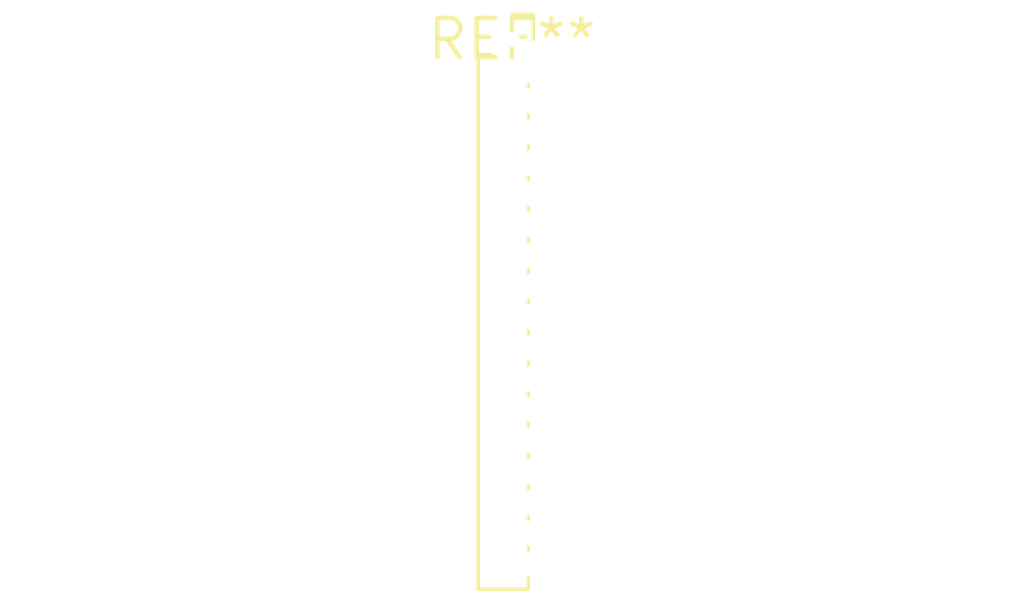
<source format=kicad_pcb>
(kicad_pcb (version 20240108) (generator pcbnew)
  (layers (0 "F.Cu" signal) (31 "B.Cu" signal) (34 "B.Paste" user) (35 "F.Paste" user) (36 "B.SilkS" user "B.Silkscreen") (37 "F.SilkS" user "F.Silkscreen") (38 "B.Mask" user) (39 "F.Mask" user) (44 "Edge.Cuts" user))
  (net 0 "")
  (footprint "PinSocket_1x18_P1.00mm_Vertical" (layer "F.Cu") (at 0 0)
    (property "Reference" "REF**")
    (property "Value" "PinSocket_1x18_P1.00mm_Vertical")
    (fp_line (start -1.1 0.5) (end -1.1 17.81) (layer "F.SilkS") (stroke (width 0.12)))
    (fp_line (start -1.1 0.5) (end -0.685 0.5) (layer "F.SilkS") (stroke (width 0.12)))
    (fp_line (start -1.1 17.81) (end 0.52 17.81) (layer "F.SilkS") (stroke (width 0.12)))
    (fp_line (start 0 -0.81) (end 0.685 -0.81) (layer "F.SilkS") (stroke (width 0.12)))
    (fp_line (start 0.52 1.445898) (end 0.52 1.554102) (layer "F.SilkS") (stroke (width 0.12)))
    (fp_line (start 0.52 2.445898) (end 0.52 2.554102) (layer "F.SilkS") (stroke (width 0.12)))
    (fp_line (start 0.52 3.445898) (end 0.52 3.554102) (layer "F.SilkS") (stroke (width 0.12)))
    (fp_line (start 0.52 4.445898) (end 0.52 4.554102) (layer "F.SilkS") (stroke (width 0.12)))
    (fp_line (start 0.52 5.445898) (end 0.52 5.554102) (layer "F.SilkS") (stroke (width 0.12)))
    (fp_line (start 0.52 6.445898) (end 0.52 6.554102) (layer "F.SilkS") (stroke (width 0.12)))
    (fp_line (start 0.52 7.445898) (end 0.52 7.554102) (layer "F.SilkS") (stroke (width 0.12)))
    (fp_line (start 0.52 8.445898) (end 0.52 8.554102) (layer "F.SilkS") (stroke (width 0.12)))
    (fp_line (start 0.52 9.445898) (end 0.52 9.554102) (layer "F.SilkS") (stroke (width 0.12)))
    (fp_line (start 0.52 10.445898) (end 0.52 10.554102) (layer "F.SilkS") (stroke (width 0.12)))
    (fp_line (start 0.52 11.445898) (end 0.52 11.554102) (layer "F.SilkS") (stroke (width 0.12)))
    (fp_line (start 0.52 12.445898) (end 0.52 12.554102) (layer "F.SilkS") (stroke (width 0.12)))
    (fp_line (start 0.52 13.445898) (end 0.52 13.554102) (layer "F.SilkS") (stroke (width 0.12)))
    (fp_line (start 0.52 14.445898) (end 0.52 14.554102) (layer "F.SilkS") (stroke (width 0.12)))
    (fp_line (start 0.52 15.445898) (end 0.52 15.554102) (layer "F.SilkS") (stroke (width 0.12)))
    (fp_line (start 0.52 16.445898) (end 0.52 16.554102) (layer "F.SilkS") (stroke (width 0.12)))
    (fp_line (start 0.52 17.445898) (end 0.52 17.81) (layer "F.SilkS") (stroke (width 0.12)))
    (fp_line (start 0.685 -0.81) (end 0.685 0) (layer "F.SilkS") (stroke (width 0.12)))
    (pad "1" thru_hole rect (at 0 0) (size 0.85 0.85) (drill 0.5) (layers *.Cu *.Mask) (remove_unused_layers))
    (pad "2" thru_hole oval (at 0 1) (size 0.85 0.85) (drill 0.5) (layers *.Cu *.Mask) (remove_unused_layers))
    (pad "3" thru_hole oval (at 0 2) (size 0.85 0.85) (drill 0.5) (layers *.Cu *.Mask) (remove_unused_layers))
    (pad "4" thru_hole oval (at 0 3) (size 0.85 0.85) (drill 0.5) (layers *.Cu *.Mask) (remove_unused_layers))
    (pad "5" thru_hole oval (at 0 4) (size 0.85 0.85) (drill 0.5) (layers *.Cu *.Mask) (remove_unused_layers))
    (pad "6" thru_hole oval (at 0 5) (size 0.85 0.85) (drill 0.5) (layers *.Cu *.Mask) (remove_unused_layers))
    (pad "7" thru_hole oval (at 0 6) (size 0.85 0.85) (drill 0.5) (layers *.Cu *.Mask) (remove_unused_layers))
    (pad "8" thru_hole oval (at 0 7) (size 0.85 0.85) (drill 0.5) (layers *.Cu *.Mask) (remove_unused_layers))
    (pad "9" thru_hole oval (at 0 8) (size 0.85 0.85) (drill 0.5) (layers *.Cu *.Mask) (remove_unused_layers))
    (pad "10" thru_hole oval (at 0 9) (size 0.85 0.85) (drill 0.5) (layers *.Cu *.Mask) (remove_unused_layers))
    (pad "11" thru_hole oval (at 0 10) (size 0.85 0.85) (drill 0.5) (layers *.Cu *.Mask) (remove_unused_layers))
    (pad "12" thru_hole oval (at 0 11) (size 0.85 0.85) (drill 0.5) (layers *.Cu *.Mask) (remove_unused_layers))
    (pad "13" thru_hole oval (at 0 12) (size 0.85 0.85) (drill 0.5) (layers *.Cu *.Mask) (remove_unused_layers))
    (pad "14" thru_hole oval (at 0 13) (size 0.85 0.85) (drill 0.5) (layers *.Cu *.Mask) (remove_unused_layers))
    (pad "15" thru_hole oval (at 0 14) (size 0.85 0.85) (drill 0.5) (layers *.Cu *.Mask) (remove_unused_layers))
    (pad "16" thru_hole oval (at 0 15) (size 0.85 0.85) (drill 0.5) (layers *.Cu *.Mask) (remove_unused_layers))
    (pad "17" thru_hole oval (at 0 16) (size 0.85 0.85) (drill 0.5) (layers *.Cu *.Mask) (remove_unused_layers))
    (pad "18" thru_hole oval (at 0 17) (size 0.85 0.85) (drill 0.5) (layers *.Cu *.Mask) (remove_unused_layers))
  )
)
</source>
